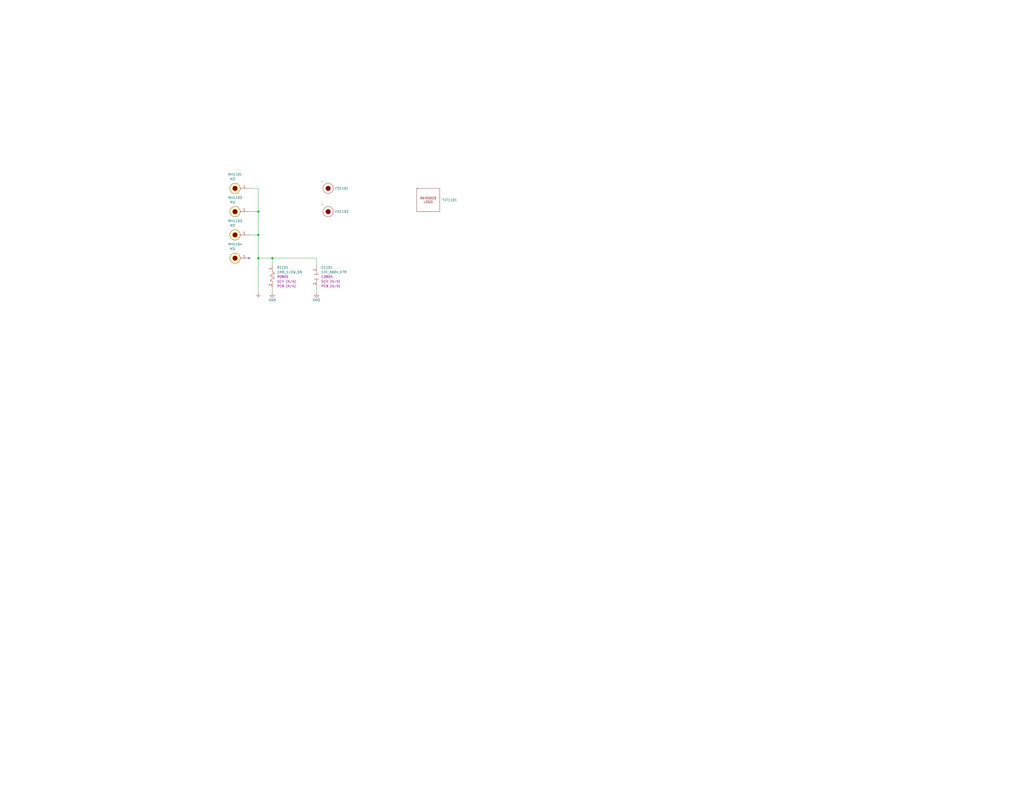
<source format=kicad_sch>
(kicad_sch (version 20230121) (generator eeschema)
  (paper "C")
  (title_block (title "Blender") (date "2023/09/18") (rev "v1.0") (company "Mend0z0") (comment 1 "v1.0") (comment 2 "RELEASED") (comment 3 "Siavash Taher Parvar") (comment 4 "_BOM_Blender_v1.0.html") (comment 5 "_HW_Blender.kicad_pcb") (comment 6 "_GBR_Blender_v1.0") (comment 7 "_ASM_Blender_v1.0") (comment 8 "N/A") (comment 9 "Initial version"))
  (lib_symbols
    (symbol "_SCHLIB_Blender:CAP_1nF_500V_X7R_C0805"
      (property "Reference" "C" (at 2.54 3.81 0))
      (property "Value" "1nF_500V_X7R" (at 2.54 6.35 0))
      (property "Package" "C0805" (at 2.54 34.29 0))
      (property "SCH CHECK" "SCH (N/A)" (at 2.54 31.75 0))
      (property "PCB CHECK" "PCB (N/A)" (at 2.54 29.21 0))
      (symbol "CAP_1nF_500V_X7R_C0805_0_0"
        (polyline (pts (xy 5.08 1.27) (xy 5.08 -1.27)))
        (polyline (pts (xy 7.62 1.27) (xy 7.62 -1.27)))
      )
      (symbol "CAP_1nF_500V_X7R_C0805_1_1"
        (pin passive line (at 0 0 0) (length 5.08) (name "") (number "1"))
        (pin passive line (at 12.7 0 180) (length 5.08) (name "") (number "2"))
      )
    )
    (symbol "_SCHLIB_Blender:MECH_FD"
      (property "Reference" "FD" (at 2.54 2.54 0))
      (symbol "MECH_FD_0_1"
        (circle (center 3.81 -3.81) (radius 1.27) (fill (type outline)))
        (circle (center 3.81 -3.81) (radius 2.8398))
      )
    )
    (symbol "_SCHLIB_Blender:MECH_LOGO" (in_bom no)
      (property "Reference" "TXT" (at 2.54 2.54 0))
      (symbol "MECH_LOGO_0_0"
        (rectangle (start 0 0) (end 12.7 -12.7))
        (text "MEND0Z0\nLOGO" (at 6.35 -6.35 0) (effects (font (size 1.27 1.27))))
      )
    )
    (symbol "_SCHLIB_Blender:MECH_MH_M3" (in_bom no)
      (property "Reference" "MH" (at 5.08 5.08 0))
      (property "Value" "M3" (at 5.08 7.62 0))
      (symbol "MECH_MH_M3_0_1"
        (circle (center 7.62 0) (radius 1.27) (fill (type outline)))
        (circle (center 7.62 0) (radius 2.8398) (fill (type background)))
      )
      (symbol "MECH_MH_M3_1_1"
        (pin passive line (at 0 0 0) (length 5.08) (name "") (number "1"))
      )
    )
    (symbol "_SCHLIB_Blender:RES_1MR_1/2W_5%_R0805"
      (property "Reference" "R" (at 3.81 5.08 0))
      (property "Value" "1MR_1/2W_5%" (at 3.81 7.62 0))
      (property "Package" "R0805" (at 3.81 35.56 0))
      (property "SCH CHECK" "SCH (N/A)" (at 3.81 33.02 0))
      (property "PCB CHECk" "PCB (N/A)" (at 3.81 30.48 0))
      (symbol "RES_1MR_1/2W_5%_R0805_0_0"
        (polyline (pts (xy 3.81 0) (xy 4.445 1.27) (xy 5.715 -1.27) (xy 6.985 1.27) (xy 8.255 -1.27) (xy 8.89 0)))
      )
      (symbol "RES_1MR_1/2W_5%_R0805_1_1"
        (pin passive line (at 0 0 0) (length 3.81) (name "") (number "1"))
        (pin passive line (at 12.7 0 180) (length 3.81) (name "") (number "2"))
      )
    )
    (symbol "power:Earth" (power) (pin_names (offset 0))
      (symbol "Earth_0_1"
        (polyline (pts (xy -0.635 -1.905) (xy 0.635 -1.905)))
        (polyline (pts (xy -0.127 -2.54) (xy 0.127 -2.54)))
        (polyline (pts (xy 0 -1.27) (xy 0 0)))
        (polyline (pts (xy 1.27 -1.27) (xy -1.27 -1.27)))
      )
      (symbol "Earth_1_1"
        (pin power_in line (at 0 0 270) (length 0) hide (name "Earth") (number "1"))
      )
    )
    (symbol "power:GND" (power) (pin_names (offset 0))
      (property "Value" "GND" (at 0 -3.81 0))
      (symbol "GND_0_1"
        (polyline (pts (xy 0 0) (xy 0 -1.27) (xy 1.27 -1.27) (xy 0 -2.54) (xy -1.27 -1.27) (xy 0 -1.27)))
      )
      (symbol "GND_1_1"
        (pin power_in line (at 0 0 270) (length 0) hide (name "GND") (number "1"))
      )
    )
  )
  (junction (at 148.59 140.97))
  (junction (at 140.97 115.57))
  (junction (at 140.97 128.27))
  (junction (at 140.97 140.97))
  (no_connect (at 135.89 140.97))
  (wire (pts (xy 148.59 140.97) (xy 148.59 144.78)))
  (wire (pts (xy 140.97 140.97) (xy 140.97 160.02)))
  (wire (pts (xy 135.89 102.87) (xy 140.97 102.87)))
  (wire (pts (xy 140.97 115.57) (xy 140.97 128.27)))
  (wire (pts (xy 172.72 140.97) (xy 148.59 140.97)))
  (wire (pts (xy 140.97 102.87) (xy 140.97 115.57)))
  (wire (pts (xy 148.59 140.97) (xy 140.97 140.97)))
  (wire (pts (xy 148.59 160.02) (xy 148.59 157.48)))
  (wire (pts (xy 135.89 128.27) (xy 140.97 128.27)))
  (wire (pts (xy 172.72 140.97) (xy 172.72 144.78)))
  (wire (pts (xy 140.97 128.27) (xy 140.97 140.97)))
  (wire (pts (xy 135.89 115.57) (xy 140.97 115.57)))
  (wire (pts (xy 172.72 160.02) (xy 172.72 157.48)))
  (symbol (lib_id "_SCHLIB_Blender:MECH_FD") (at 175.26 99.06 0) (unit 1)
    (property "Reference" "FD1101" (at 182.88 102.87 0) (effects (justify left)))
    (property "Value" "~" (at 175.26 99.06 0) (effects (justify left)))
    (property "Footprint" "Fiducial:Fiducial_0.5mm_Mask1mm" (effects hide))
  )
  (symbol (lib_id "_SCHLIB_Blender:MECH_FD") (at 175.26 111.76 0) (unit 1)
    (property "Reference" "FD1102" (at 182.88 115.57 0) (effects (justify left)))
    (property "Value" "~" (at 175.26 111.76 0) (effects (justify left)))
    (property "Footprint" "Fiducial:Fiducial_0.5mm_Mask1mm" (effects hide))
  )
  (symbol (lib_id "_SCHLIB_Blender:MECH_MH_M3") (at 135.89 115.57 180) (unit 1) (in_bom no)
    (property "Reference" "MH1102" (at 128.27 107.95 0))
    (property "Value" "M3" (at 128.27 110.49 0) (effects (justify left)))
    (property "Footprint" "MountingHole:MountingHole_3.2mm_M3_DIN965_Pad_TopBottom" (effects hide))
  )
  (symbol (lib_id "_SCHLIB_Blender:MECH_MH_M3") (at 135.89 140.97 180) (unit 1) (in_bom no)
    (property "Reference" "MH1104" (at 128.27 133.35 0))
    (property "Value" "M3" (at 128.27 135.89 0) (effects (justify left)))
    (property "Footprint" "MountingHole:MountingHole_3.2mm_M3_DIN965_Pad_TopBottom" (effects hide))
  )
  (symbol (lib_id "power:GND") (at 172.72 160.02 0) (unit 1)
    (property "Reference" "#PWR01103" (effects hide))
    (property "Value" "GND" (at 172.72 163.83 0))
    (instances (project "_HW_Blender" (path "" (reference "#PWR01103") (unit 1))) (project "_HW_ToslinkToDMX" (path "" (reference "#PWR0826") (unit 1)) (path "" (reference "#PWR01021") (unit 1)) (path "" (reference "#PWR01103") (unit 1))))
  )
  (symbol (lib_id "_SCHLIB_Blender:CAP_1nF_500V_X7R_C0805") (at 172.72 144.78 270) (unit 1)
    (property "Reference" "C1101" (at 175.26 146.05 90) (effects (justify left)))
    (property "Value" "1nF_500V_X7R" (at 175.26 148.59 90) (effects (justify left)))
    (property "Footprint" "Capacitor_SMD:C_0805_2012Metric" (effects hide))
    (property "Datasheet" "https://www.we-online.com/katalog/datasheet/885342207013.pdf" (effects hide))
    (property "Description" "1000 pF ±10% 500V Ceramic Capacitor X7R 0805 (2012 Metric)" (effects hide))
    (property "Link" "https://www.digikey.ca/en/products/detail/w%C3%BCrth-elektronik/885342207013/9345971" (effects hide))
    (property "SCH CHECK" "SCH (N/A)" (at 175.26 153.67 90) (effects (justify left)))
    (property "Package" "C0805" (at 175.26 151.13 90) (effects (justify left)))
    (property "Part Number (Manufacturer)" "885342207013" (effects hide))
    (property "Manufacturer" "Würth Elektronik" (effects hide))
    (property "Part Number (Vendor)" "732-12159-2-ND" (effects hide))
    (property "Vendor" "Digikey" (effects hide))
    (property "PCB CHECK" "PCB (N/A)" (at 175.26 156.21 90) (effects (justify left)))
    (instances (project "_HW_Blender" (path "" (reference "C1101") (unit 1))) (project "_HW_ToslinkToDMX" (path "" (reference "C805") (unit 1)) (path "" (reference "C1009") (unit 1)) (path "" (reference "C1101") (unit 1))))
  )
  (symbol (lib_id "power:GND") (at 148.59 160.02 0) (unit 1)
    (property "Reference" "#PWR01102" (effects hide))
    (property "Value" "GND" (at 148.59 163.83 0))
    (instances (project "_HW_Blender" (path "" (reference "#PWR01102") (unit 1))) (project "_HW_ToslinkToDMX" (path "" (reference "#PWR0825") (unit 1)) (path "" (reference "#PWR01020") (unit 1)) (path "" (reference "#PWR01102") (unit 1))))
  )
  (symbol (lib_id "_SCHLIB_Blender:RES_1MR_1/2W_5%_R0805") (at 148.59 144.78 270) (unit 1)
    (property "Reference" "R1101" (at 151.13 146.05 90) (effects (justify left)))
    (property "Value" "1MR_1/2W_5%" (at 151.13 148.59 90) (effects (justify left)))
    (property "Footprint" "Resistor_SMD:R_0805_2012Metric" (effects hide))
    (property "Datasheet" "https://industrial.panasonic.com/cdbs/www-data/pdf/RDO0000/AOA0000C331.pdf" (effects hide))
    (property "Description" "1 MOhms ±5% 0.5W, 1/2W Chip Resistor 0805 (2012 Metric) Automotive AEC-Q200, Pulse Withstanding Thick Film" (effects hide))
    (property "Link" "https://www.digikey.ca/en/products/detail/panasonic-electronic-components/ERJ-P06J105V/525200" (effects hide))
    (property "SCH CHECK" "SCH (N/A)" (at 151.13 153.67 90) (effects (justify left)))
    (property "Package" "R0805" (at 151.13 151.13 90) (effects (justify left)))
    (property "Part Number (Manufacturer)" "ERJ-P06J105V" (effects hide))
    (property "Manufacturer" "Panasonic Electronic Components" (effects hide))
    (property "Part Number (Vendor)" "P1.0MADTR-ND" (effects hide))
    (property "Vendor" "Digikey" (effects hide))
    (property "PCB CHECk" "PCB (N/A)" (at 151.13 156.21 90) (effects (justify left)))
    (instances (project "_HW_Blender" (path "" (reference "R1101") (unit 1))) (project "_HW_ToslinkToDMX" (path "" (reference "R810") (unit 1)) (path "" (reference "R1006") (unit 1)) (path "" (reference "R1101") (unit 1))))
  )
  (symbol (lib_id "_SCHLIB_Blender:MECH_MH_M3") (at 135.89 102.87 180) (unit 1) (in_bom no)
    (property "Reference" "MH1101" (at 128.27 95.25 0))
    (property "Value" "M3" (at 128.27 97.79 0) (effects (justify left)))
    (property "Footprint" "MountingHole:MountingHole_3.2mm_M3_DIN965_Pad_TopBottom" (effects hide))
  )
  (symbol (lib_id "_SCHLIB_Blender:MECH_LOGO") (at 227.33 102.87 0) (unit 1) (in_bom no)
    (property "Reference" "TXT1101" (at 241.3 109.22 0) (effects (justify left)))
    (property "Value" "~" (at 227.33 102.87 0) (effects (justify left)))
    (property "Footprint" "_PCBLIB_Blender:Mend0z0_Logo" (effects hide))
    (property "Sim.Enable" "0" (effects hide))
  )
  (symbol (lib_id "power:Earth") (at 140.97 160.02 0) (unit 1)
    (property "Reference" "#PWR01101" (effects hide))
    (property "Value" "Earth" (effects hide))
    (instances (project "_HW_Blender" (path "" (reference "#PWR01101") (unit 1))) (project "_HW_ToslinkToDMX" (path "" (reference "#PWR0802") (unit 1)) (path "" (reference "#PWR01101") (unit 1))))
  )
  (symbol (lib_id "_SCHLIB_Blender:MECH_MH_M3") (at 135.89 128.27 180) (unit 1) (in_bom no)
    (property "Reference" "MH1103" (at 128.27 120.65 0))
    (property "Value" "M3" (at 128.27 123.19 0) (effects (justify left)))
    (property "Footprint" "MountingHole:MountingHole_3.2mm_M3_DIN965_Pad_TopBottom" (effects hide))
  )
)
</source>
